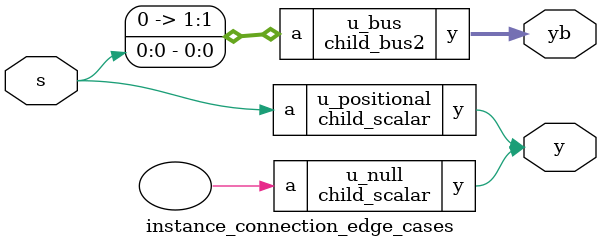
<source format=sv>
module child_scalar(
  input logic a,
  output logic y
);
  assign y = a;
endmodule

module child_bus2(
  input logic [1:0] a,
  output logic [1:0] y
);
  assign y = a;
endmodule

module instance_connection_edge_cases(
  input logic s,
  output logic y,
  output logic [1:0] yb
);
  // Null expression for named port connection.
  child_scalar u_null(.a(), .y(y));
  // Unresolved concat expression for scalar port connection.
  child_scalar u_concat(.a({s, s}), .y());
  // Scalar net connected to bus port (bus/scalar mismatch branch).
  child_bus2 u_bus(.a(s), .y(yb));
  // Positional connection form.
  child_scalar u_positional(s, y);
endmodule

</source>
